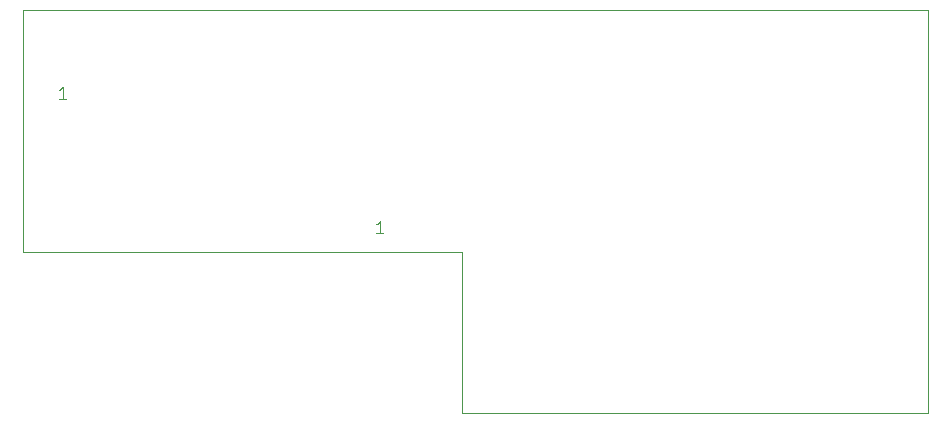
<source format=gm1>
G04 #@! TF.FileFunction,Profile,NP*
%FSLAX46Y46*%
G04 Gerber Fmt 4.6, Leading zero omitted, Abs format (unit mm)*
G04 Created by KiCad (PCBNEW 4.0.7) date 10/09/19 11:40:26*
%MOMM*%
%LPD*%
G01*
G04 APERTURE LIST*
%ADD10C,0.100000*%
%ADD11C,0.025400*%
%ADD12C,0.050000*%
G04 APERTURE END LIST*
D10*
D11*
X102575360Y-88803480D02*
X102575360Y-68348860D01*
X139755880Y-88803480D02*
X102575360Y-88803480D01*
X139755880Y-102428040D02*
X139755880Y-88803480D01*
X179245260Y-102428040D02*
X139755880Y-102428040D01*
X179245260Y-68348860D02*
X179245260Y-102428040D01*
X102575360Y-68348860D02*
X179245260Y-68348860D01*
D12*
X106231155Y-75819901D02*
X105659726Y-75819901D01*
X105945440Y-75819901D02*
X105945440Y-74819901D01*
X105850202Y-74962758D01*
X105754964Y-75057996D01*
X105659726Y-75105615D01*
X133076415Y-87191481D02*
X132504986Y-87191481D01*
X132790700Y-87191481D02*
X132790700Y-86191481D01*
X132695462Y-86334338D01*
X132600224Y-86429576D01*
X132504986Y-86477195D01*
M02*

</source>
